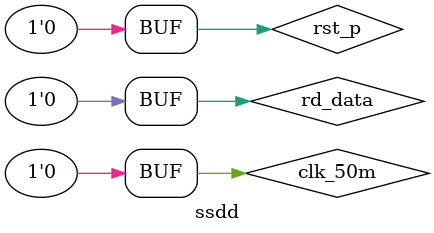
<source format=v>
`timescale 1ns / 1ps


module ssdd;

	// Inputs
	reg clk_50m;
	reg rst_p;
	reg rd_data;

	// Outputs
	wire tag_data;


	// Instantiate the Unit Under Test (UUT)
	OPTIM_TOP uut (
		.clk_50m(clk_50m), 
		.rst_p(rst_p), 
		.rd_data(rd_data), 
		.tag_data(tag_data)
		
	);

	initial begin
		// Initialize Inputs
		clk_50m = 0;
		rst_p = 0;
		rd_data = 0;

		// Wait 100 ns for global reset to finish
		#100;
        
		// Add stimulus here

	end
      
endmodule


</source>
